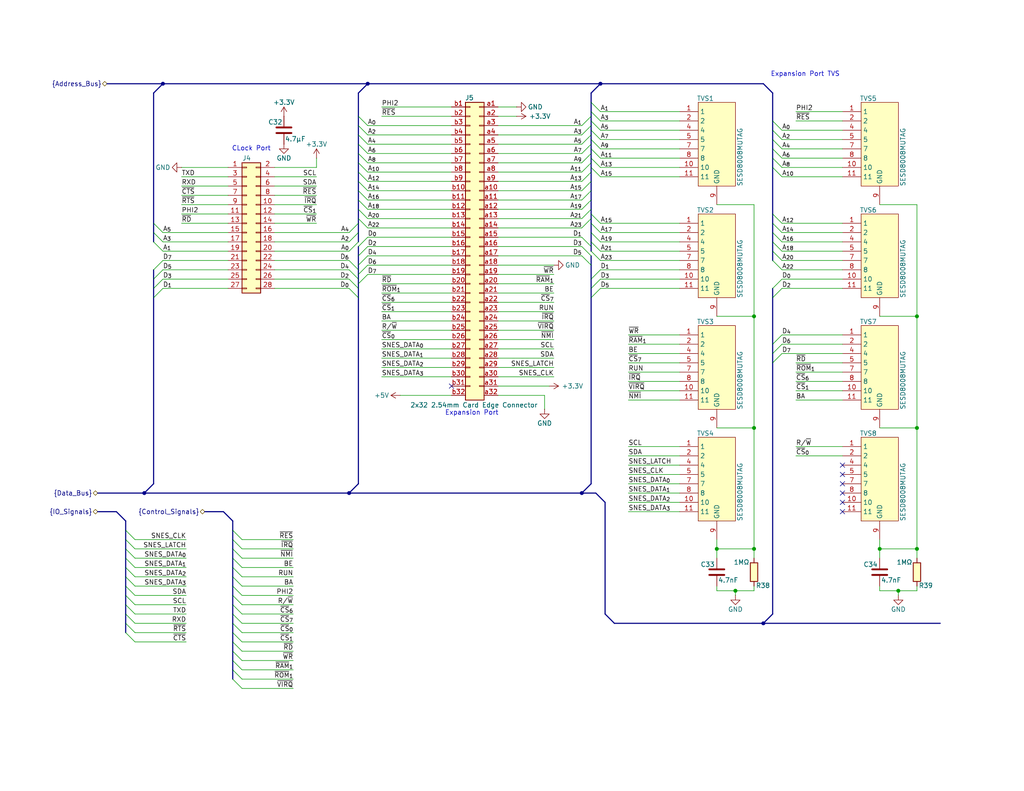
<source format=kicad_sch>
(kicad_sch (version 20231120) (generator "eeschema") (generator_version "8.0")
  (paper "USLetter")
  (lib_symbols
    (symbol "Connector_Generic:Conn_02x14_Odd_Even" (pin_names (offset 1.016) hide)
      (property "Reference" "J" (at 1.27 17.78 0))
      (property "Value" "Conn_02x14_Odd_Even" (at 1.27 -20.32 0))
      (symbol "Conn_02x14_Odd_Even_1_1"
        (pin passive line (at -5.08 15.24 0) (length 3.81) (name "Pin_1") (number "1"))
        (pin passive line (at 7.62 5.08 180) (length 3.81) (name "Pin_10") (number "10"))
        (pin passive line (at -5.08 2.54 0) (length 3.81) (name "Pin_11") (number "11"))
        (pin passive line (at 7.62 2.54 180) (length 3.81) (name "Pin_12") (number "12"))
        (pin passive line (at -5.08 0 0) (length 3.81) (name "Pin_13") (number "13"))
        (pin passive line (at 7.62 0 180) (length 3.81) (name "Pin_14") (number "14"))
        (pin passive line (at -5.08 -2.54 0) (length 3.81) (name "Pin_15") (number "15"))
        (pin passive line (at 7.62 -2.54 180) (length 3.81) (name "Pin_16") (number "16"))
        (pin passive line (at -5.08 -5.08 0) (length 3.81) (name "Pin_17") (number "17"))
        (pin passive line (at 7.62 -5.08 180) (length 3.81) (name "Pin_18") (number "18"))
        (pin passive line (at -5.08 -7.62 0) (length 3.81) (name "Pin_19") (number "19"))
        (pin passive line (at 7.62 15.24 180) (length 3.81) (name "Pin_2") (number "2"))
        (pin passive line (at 7.62 -7.62 180) (length 3.81) (name "Pin_20") (number "20"))
        (pin passive line (at -5.08 -10.16 0) (length 3.81) (name "Pin_21") (number "21"))
        (pin passive line (at 7.62 -10.16 180) (length 3.81) (name "Pin_22") (number "22"))
        (pin passive line (at -5.08 -12.7 0) (length 3.81) (name "Pin_23") (number "23"))
        (pin passive line (at 7.62 -12.7 180) (length 3.81) (name "Pin_24") (number "24"))
        (pin passive line (at -5.08 -15.24 0) (length 3.81) (name "Pin_25") (number "25"))
        (pin passive line (at 7.62 -15.24 180) (length 3.81) (name "Pin_26") (number "26"))
        (pin passive line (at -5.08 -17.78 0) (length 3.81) (name "Pin_27") (number "27"))
        (pin passive line (at 7.62 -17.78 180) (length 3.81) (name "Pin_28") (number "28"))
        (pin passive line (at -5.08 12.7 0) (length 3.81) (name "Pin_3") (number "3"))
        (pin passive line (at 7.62 12.7 180) (length 3.81) (name "Pin_4") (number "4"))
        (pin passive line (at -5.08 10.16 0) (length 3.81) (name "Pin_5") (number "5"))
        (pin passive line (at 7.62 10.16 180) (length 3.81) (name "Pin_6") (number "6"))
        (pin passive line (at -5.08 7.62 0) (length 3.81) (name "Pin_7") (number "7"))
        (pin passive line (at 7.62 7.62 180) (length 3.81) (name "Pin_8") (number "8"))
        (pin passive line (at -5.08 5.08 0) (length 3.81) (name "Pin_9") (number "9"))
      )
    )
    (symbol "Device:C" (pin_numbers hide) (pin_names (offset 0.254))
      (property "Reference" "C" (at 0.635 2.54 0))
      (property "Value" "C" (at 0.635 -2.54 0))
      (symbol "C_1_1"
        (pin passive line (at 0 3.81 270) (length 2.794) (name "~") (number "1"))
        (pin passive line (at 0 -3.81 90) (length 2.794) (name "~") (number "2"))
      )
    )
    (symbol "Device:R" (pin_numbers hide) (pin_names (offset 0))
      (property "Reference" "R" (at 2.032 0 90))
      (property "Value" "R" (at 0 0 90))
      (symbol "R_1_1"
        (pin passive line (at 0 3.81 270) (length 1.27) (name "~") (number "1"))
        (pin passive line (at 0 -3.81 90) (length 1.27) (name "~") (number "2"))
      )
    )
    (symbol "Sentinel 65X - Prototype 4 V2:Conn_02x32_Row_Letter_First" (pin_names hide)
      (property "Reference" "P" (at 4.2183 -0.3627 0))
      (symbol "Conn_02x32_Row_Letter_First_1_1"
        (pin passive line (at 0 -2.54 0) (length 3.81) (name "Pin_a1") (number "a1"))
        (pin passive line (at 0 -25.4 0) (length 3.81) (name "Pin_a10") (number "a10"))
        (pin passive line (at 0 -27.94 0) (length 3.81) (name "Pin_a11") (number "a11"))
        (pin passive line (at 0 -30.48 0) (length 3.81) (name "Pin_a12") (number "a12"))
        (pin passive line (at 0 -33.02 0) (length 3.81) (name "Pin_a13") (number "a13"))
        (pin passive line (at 0 -35.56 0) (length 3.81) (name "Pin_a14") (number "a14"))
        (pin passive line (at 0 -38.1 0) (length 3.81) (name "Pin_a15") (number "a15"))
        (pin passive line (at 0 -40.64 0) (length 3.81) (name "Pin_a16") (number "a16"))
        (pin passive line (at 0 -43.18 0) (length 3.81) (name "Pin_a17") (number "a17"))
        (pin passive line (at 0 -45.72 0) (length 3.81) (name "Pin_a18") (number "a18"))
        (pin passive line (at 0 -48.26 0) (length 3.81) (name "Pin_a19") (number "a19"))
        (pin passive line (at 0 -5.08 0) (length 3.81) (name "Pin_a2") (number "a2"))
        (pin passive line (at 0 -50.8 0) (length 3.81) (name "Pin_a20") (number "a20"))
        (pin passive line (at 0 -53.34 0) (length 3.81) (name "Pin_a21") (number "a21"))
        (pin passive line (at 0 -55.88 0) (length 3.81) (name "Pin_a22") (number "a22"))
        (pin passive line (at 0 -58.42 0) (length 3.81) (name "Pin_a23") (number "a23"))
        (pin passive line (at 0 -60.96 0) (length 3.81) (name "Pin_a24") (number "a24"))
        (pin passive line (at 0 -63.5 0) (length 3.81) (name "Pin_a25") (number "a25"))
        (pin passive line (at 0 -66.04 0) (length 3.81) (name "Pin_a26") (number "a26"))
        (pin passive line (at 0 -68.58 0) (length 3.81) (name "Pin_a27") (number "a27"))
        (pin passive line (at 0 -71.12 0) (length 3.81) (name "Pin_a28") (number "a28"))
        (pin passive line (at 0 -73.66 0) (length 3.81) (name "Pin_a29") (number "a29"))
        (pin passive line (at 0 -7.62 0) (length 3.81) (name "Pin_a3") (number "a3"))
        (pin passive line (at 0 -76.2 0) (length 3.81) (name "Pin_a30") (number "a30"))
        (pin passive line (at 0 -78.74 0) (length 3.81) (name "Pin_a31") (number "a31"))
        (pin passive line (at 0 -81.28 0) (length 3.81) (name "Pin_a32") (number "a32"))
        (pin passive line (at 0 -10.16 0) (length 3.81) (name "Pin_a4") (number "a4"))
        (pin passive line (at 0 -12.7 0) (length 3.81) (name "Pin_a5") (number "a5"))
        (pin passive line (at 0 -15.24 0) (length 3.81) (name "Pin_a6") (number "a6"))
        (pin passive line (at 0 -17.78 0) (length 3.81) (name "Pin_a7") (number "a7"))
        (pin passive line (at 0 -20.32 0) (length 3.81) (name "Pin_a8") (number "a8"))
        (pin passive line (at 0 -22.86 0) (length 3.81) (name "Pin_a9") (number "a9"))
        (pin passive line (at 12.7 -2.54 180) (length 3.81) (name "Pin_b1") (number "b1"))
        (pin passive line (at 12.7 -25.4 180) (length 3.81) (name "Pin_b10") (number "b10"))
        (pin passive line (at 12.7 -27.94 180) (length 3.81) (name "Pin_b11") (number "b11"))
        (pin passive line (at 12.7 -30.48 180) (length 3.81) (name "Pin_b12") (number "b12"))
        (pin passive line (at 12.7 -33.02 180) (length 3.81) (name "Pin_b13") (number "b13"))
        (pin passive line (at 12.7 -35.56 180) (length 3.81) (name "Pin_b14") (number "b14"))
        (pin passive line (at 12.7 -38.1 180) (length 3.81) (name "Pin_b15") (number "b15"))
        (pin passive line (at 12.7 -40.64 180) (length 3.81) (name "Pin_b16") (number "b16"))
        (pin passive line (at 12.7 -43.18 180) (length 3.81) (name "Pin_b17") (number "b17"))
        (pin passive line (at 12.7 -45.72 180) (length 3.81) (name "Pin_b18") (number "b18"))
        (pin passive line (at 12.7 -48.26 180) (length 3.81) (name "Pin_b19") (number "b19"))
        (pin passive line (at 12.7 -5.08 180) (length 3.81) (name "Pin_b2") (number "b2"))
        (pin passive line (at 12.7 -50.8 180) (length 3.81) (name "Pin_b20") (number "b20"))
        (pin passive line (at 12.7 -53.34 180) (length 3.81) (name "Pin_b21") (number "b21"))
        (pin passive line (at 12.7 -55.88 180) (length 3.81) (name "Pin_b22") (number "b22"))
        (pin passive line (at 12.7 -58.42 180) (length 3.81) (name "Pin_b23") (number "b23"))
        (pin passive line (at 12.7 -60.96 180) (length 3.81) (name "Pin_b24") (number "b24"))
        (pin passive line (at 12.7 -63.5 180) (length 3.81) (name "Pin_b25") (number "b25"))
        (pin passive line (at 12.7 -66.04 180) (length 3.81) (name "Pin_b26") (number "b26"))
        (pin passive line (at 12.7 -68.58 180) (length 3.81) (name "Pin_b27") (number "b27"))
        (pin passive line (at 12.7 -71.12 180) (length 3.81) (name "Pin_b28") (number "b28"))
        (pin passive line (at 12.7 -73.66 180) (length 3.81) (name "Pin_b29") (number "b29"))
        (pin passive line (at 12.7 -7.62 180) (length 3.81) (name "Pin_b3") (number "b3"))
        (pin passive line (at 12.7 -76.2 180) (length 3.81) (name "Pin_b30") (number "b30"))
        (pin passive line (at 12.7 -78.74 180) (length 3.81) (name "Pin_b31") (number "b31"))
        (pin passive line (at 12.7 -81.28 180) (length 3.81) (name "Pin_b32") (number "b32"))
        (pin passive line (at 12.7 -10.16 180) (length 3.81) (name "Pin_b4") (number "b4"))
        (pin passive line (at 12.7 -12.7 180) (length 3.81) (name "Pin_b5") (number "b5"))
        (pin passive line (at 12.7 -15.24 180) (length 3.81) (name "Pin_b6") (number "b6"))
        (pin passive line (at 12.7 -17.78 180) (length 3.81) (name "Pin_b7") (number "b7"))
        (pin passive line (at 12.7 -20.32 180) (length 3.81) (name "Pin_b8") (number "b8"))
        (pin passive line (at 12.7 -22.86 180) (length 3.81) (name "Pin_b9") (number "b9"))
      )
    )
    (symbol "Sentinel 65X - Prototype 4 V2:SESD8008MUTAG"
      (property "Reference" "TVS" (at 1.4943 0.8827 0))
      (property "Value" "SESD8008MUTAG" (at 2.1741 2.9086 0))
      (symbol "SESD8008MUTAG_1_1"
        (pin input line (at -5.08 -2.54 0) (length 5.08) (name "1") (number "1"))
        (pin input line (at -5.08 -17.78 0) (length 5.08) (name "10") (number "10"))
        (pin input line (at -5.08 -20.32 0) (length 5.08) (name "11") (number "11"))
        (pin power_in line (at 5.08 -27.94 90) (length 5.08) hide (name "GND") (number "12"))
        (pin power_in line (at 5.08 -27.94 90) (length 5.08) hide (name "GND") (number "13"))
        (pin power_in line (at 5.08 -27.94 90) (length 5.08) hide (name "GND") (number "14"))
        (pin input line (at -5.08 -5.08 0) (length 5.08) (name "2") (number "2"))
        (pin power_in line (at 5.08 -27.94 90) (length 5.08) hide (name "GND") (number "3"))
        (pin input line (at -5.08 -7.62 0) (length 5.08) (name "4") (number "4"))
        (pin input line (at -5.08 -10.16 0) (length 5.08) (name "5") (number "5"))
        (pin power_in line (at 5.08 -27.94 90) (length 5.08) hide (name "GND") (number "6"))
        (pin input line (at -5.08 -12.7 0) (length 5.08) (name "7") (number "7"))
        (pin input line (at -5.08 -15.24 0) (length 5.08) (name "8") (number "8"))
        (pin power_in line (at 5.08 -27.94 90) (length 5.08) (name "GND") (number "9"))
      )
    )
    (symbol "power:+3.3V" (power) (pin_numbers hide) (pin_names (offset 0) hide)
      (property "Value" "+3.3V" (at 0 3.556 0))
      (symbol "+3.3V_1_1"
        (pin power_in line (at 0 0 90) (length 0) (name "~") (number "1"))
      )
    )
    (symbol "power:+5V" (power) (pin_numbers hide) (pin_names (offset 0) hide)
      (property "Value" "+5V" (at 0 3.556 0))
      (symbol "+5V_1_1"
        (pin power_in line (at 0 0 90) (length 0) (name "~") (number "1"))
      )
    )
    (symbol "power:GND" (power) (pin_numbers hide) (pin_names (offset 0) hide)
      (property "Value" "GND" (at 0 -3.81 0))
      (symbol "GND_1_1"
        (pin power_in line (at 0 0 270) (length 0) (name "~") (number "1"))
      )
    )
  )
  (junction (at 200.66 161.29))
  (junction (at 208.28 170.18))
  (junction (at 100.33 22.86))
  (junction (at 195.58 149.86))
  (junction (at 250.19 116.84))
  (junction (at 205.74 149.86))
  (junction (at 95.25 134.62))
  (junction (at 245.11 161.29))
  (junction (at 44.45 22.86))
  (junction (at 205.74 116.84))
  (junction (at 250.19 86.36))
  (junction (at 39.37 134.62))
  (junction (at 240.03 149.86))
  (junction (at 250.19 149.86))
  (junction (at 205.74 86.36))
  (junction (at 158.75 134.62))
  (junction (at 163.83 22.86))
  (no_connect (at 229.87 139.7))
  (no_connect (at 229.87 137.16))
  (no_connect (at 123.19 105.41))
  (no_connect (at 229.87 129.54))
  (no_connect (at 229.87 132.08))
  (no_connect (at 229.87 134.62))
  (no_connect (at 229.87 127))
  (bus_entry (at 210.82 63.5) (size 2.54 2.54))
  (bus_entry (at 34.29 162.56) (size 2.54 2.54))
  (bus_entry (at 63.5 170.18) (size 2.54 2.54))
  (bus_entry (at 97.79 77.47) (size 2.54 -2.54))
  (bus_entry (at 163.83 60.96) (size -2.54 -2.54))
  (bus_entry (at 34.29 152.4) (size 2.54 2.54))
  (bus_entry (at 97.79 78.74) (size -2.54 -2.54))
  (bus_entry (at 97.79 73.66) (size -2.54 -2.54))
  (bus_entry (at 163.83 30.48) (size -2.54 -2.54))
  (bus_entry (at 63.5 149.86) (size 2.54 2.54))
  (bus_entry (at 158.75 57.15) (size 2.54 -2.54))
  (bus_entry (at 158.75 64.77) (size 2.54 2.54))
  (bus_entry (at 210.82 96.52) (size 2.54 -2.54))
  (bus_entry (at 163.83 68.58) (size -2.54 -2.54))
  (bus_entry (at 163.83 45.72) (size -2.54 -2.54))
  (bus_entry (at 210.82 66.04) (size 2.54 2.54))
  (bus_entry (at 63.5 185.42) (size 2.54 2.54))
  (bus_entry (at 97.79 63.5) (size -2.54 2.54))
  (bus_entry (at 210.82 38.1) (size 2.54 2.54))
  (bus_entry (at 97.79 69.85) (size 2.54 -2.54))
  (bus_entry (at 41.91 76.2) (size 2.54 -2.54))
  (bus_entry (at 63.5 165.1) (size 2.54 2.54))
  (bus_entry (at 63.5 167.64) (size 2.54 2.54))
  (bus_entry (at 210.82 71.12) (size 2.54 2.54))
  (bus_entry (at 163.83 76.2) (size -2.54 2.54))
  (bus_entry (at 158.75 52.07) (size 2.54 -2.54))
  (bus_entry (at 63.5 175.26) (size 2.54 2.54))
  (bus_entry (at 41.91 78.74) (size 2.54 -2.54))
  (bus_entry (at 158.75 39.37) (size 2.54 -2.54))
  (bus_entry (at 158.75 49.53) (size 2.54 -2.54))
  (bus_entry (at 210.82 58.42) (size 2.54 2.54))
  (bus_entry (at 158.75 41.91) (size 2.54 -2.54))
  (bus_entry (at 163.83 33.02) (size -2.54 -2.54))
  (bus_entry (at 97.79 34.29) (size 2.54 2.54))
  (bus_entry (at 97.79 41.91) (size 2.54 2.54))
  (bus_entry (at 63.5 182.88) (size 2.54 2.54))
  (bus_entry (at 158.75 46.99) (size 2.54 -2.54))
  (bus_entry (at 41.91 66.04) (size 2.54 2.54))
  (bus_entry (at 97.79 54.61) (size 2.54 2.54))
  (bus_entry (at 34.29 144.78) (size 2.54 2.54))
  (bus_entry (at 63.5 177.8) (size 2.54 2.54))
  (bus_entry (at 97.79 59.69) (size 2.54 2.54))
  (bus_entry (at 34.29 157.48) (size 2.54 2.54))
  (bus_entry (at 63.5 147.32) (size 2.54 2.54))
  (bus_entry (at 158.75 67.31) (size 2.54 2.54))
  (bus_entry (at 158.75 69.85) (size 2.54 2.54))
  (bus_entry (at 163.83 73.66) (size -2.54 2.54))
  (bus_entry (at 34.29 170.18) (size 2.54 2.54))
  (bus_entry (at 97.79 57.15) (size 2.54 2.54))
  (bus_entry (at 97.79 44.45) (size 2.54 2.54))
  (bus_entry (at 97.79 81.28) (size -2.54 -2.54))
  (bus_entry (at 41.91 81.28) (size 2.54 -2.54))
  (bus_entry (at 210.82 45.72) (size 2.54 2.54))
  (bus_entry (at 163.83 66.04) (size -2.54 -2.54))
  (bus_entry (at 63.5 172.72) (size 2.54 2.54))
  (bus_entry (at 163.83 40.64) (size -2.54 -2.54))
  (bus_entry (at 97.79 31.75) (size 2.54 2.54))
  (bus_entry (at 210.82 93.98) (size 2.54 -2.54))
  (bus_entry (at 158.75 59.69) (size 2.54 -2.54))
  (bus_entry (at 34.29 147.32) (size 2.54 2.54))
  (bus_entry (at 41.91 73.66) (size 2.54 -2.54))
  (bus_entry (at 97.79 66.04) (size -2.54 2.54))
  (bus_entry (at 158.75 54.61) (size 2.54 -2.54))
  (bus_entry (at 97.79 72.39) (size 2.54 -2.54))
  (bus_entry (at 34.29 160.02) (size 2.54 2.54))
  (bus_entry (at 210.82 81.28) (size 2.54 -2.54))
  (bus_entry (at 210.82 33.02) (size 2.54 2.54))
  (bus_entry (at 97.79 60.96) (size -2.54 2.54))
  (bus_entry (at 210.82 78.74) (size 2.54 -2.54))
  (bus_entry (at 63.5 162.56) (size 2.54 2.54))
  (bus_entry (at 97.79 46.99) (size 2.54 2.54))
  (bus_entry (at 158.75 34.29) (size 2.54 -2.54))
  (bus_entry (at 163.83 35.56) (size -2.54 -2.54))
  (bus_entry (at 63.5 152.4) (size 2.54 2.54))
  (bus_entry (at 63.5 160.02) (size 2.54 2.54))
  (bus_entry (at 63.5 157.48) (size 2.54 2.54))
  (bus_entry (at 34.29 172.72) (size 2.54 2.54))
  (bus_entry (at 97.79 52.07) (size 2.54 2.54))
  (bus_entry (at 163.83 43.18) (size -2.54 -2.54))
  (bus_entry (at 34.29 154.94) (size 2.54 2.54))
  (bus_entry (at 97.79 76.2) (size -2.54 -2.54))
  (bus_entry (at 158.75 62.23) (size 2.54 -2.54))
  (bus_entry (at 34.29 149.86) (size 2.54 2.54))
  (bus_entry (at 34.29 165.1) (size 2.54 2.54))
  (bus_entry (at 97.79 49.53) (size 2.54 2.54))
  (bus_entry (at 158.75 44.45) (size 2.54 -2.54))
  (bus_entry (at 210.82 40.64) (size 2.54 2.54))
  (bus_entry (at 41.91 60.96) (size 2.54 2.54))
  (bus_entry (at 210.82 60.96) (size 2.54 2.54))
  (bus_entry (at 41.91 63.5) (size 2.54 2.54))
  (bus_entry (at 210.82 35.56) (size 2.54 2.54))
  (bus_entry (at 163.83 78.74) (size -2.54 2.54))
  (bus_entry (at 63.5 154.94) (size 2.54 2.54))
  (bus_entry (at 97.79 74.93) (size 2.54 -2.54))
  (bus_entry (at 158.75 36.83) (size 2.54 -2.54))
  (bus_entry (at 97.79 39.37) (size 2.54 2.54))
  (bus_entry (at 34.29 167.64) (size 2.54 2.54))
  (bus_entry (at 97.79 36.83) (size 2.54 2.54))
  (bus_entry (at 210.82 99.06) (size 2.54 -2.54))
  (bus_entry (at 163.83 63.5) (size -2.54 -2.54))
  (bus_entry (at 210.82 68.58) (size 2.54 2.54))
  (bus_entry (at 210.82 43.18) (size 2.54 2.54))
  (bus_entry (at 63.5 144.78) (size 2.54 2.54))
  (bus_entry (at 97.79 67.31) (size 2.54 -2.54))
  (bus_entry (at 163.83 71.12) (size -2.54 -2.54))
  (bus_entry (at 163.83 38.1) (size -2.54 -2.54))
  (bus_entry (at 163.83 48.26) (size -2.54 -2.54))
  (bus_entry (at 63.5 180.34) (size 2.54 2.54))
  (wire (pts (xy 213.36 93.98) (xy 229.87 93.98)))
  (wire (pts (xy 171.45 106.68) (xy 185.42 106.68)))
  (wire (pts (xy 74.93 58.42) (xy 86.36 58.42)))
  (wire (pts (xy 217.17 30.48) (xy 229.87 30.48)))
  (wire (pts (xy 217.17 109.22) (xy 229.87 109.22)))
  (wire (pts (xy 44.45 68.58) (xy 62.23 68.58)))
  (bus (pts (xy 97.79 72.39) (xy 97.79 73.66)))
  (wire (pts (xy 36.83 170.18) (xy 50.8 170.18)))
  (bus (pts (xy 161.29 36.83) (xy 161.29 35.56)))
  (bus (pts (xy 60.96 139.7) (xy 63.5 142.24)))
  (bus (pts (xy 34.29 142.24) (xy 34.29 144.78)))
  (wire (pts (xy 200.66 161.29) (xy 200.66 162.56)))
  (wire (pts (xy 163.83 78.74) (xy 185.42 78.74)))
  (wire (pts (xy 104.14 90.17) (xy 123.19 90.17)))
  (wire (pts (xy 86.36 53.34) (xy 74.93 53.34)))
  (wire (pts (xy 44.45 78.74) (xy 62.23 78.74)))
  (bus (pts (xy 210.82 43.18) (xy 210.82 45.72)))
  (wire (pts (xy 217.17 101.6) (xy 229.87 101.6)))
  (bus (pts (xy 161.29 45.72) (xy 161.29 46.99)))
  (wire (pts (xy 205.74 149.86) (xy 205.74 152.4)))
  (wire (pts (xy 44.45 71.12) (xy 62.23 71.12)))
  (bus (pts (xy 97.79 60.96) (xy 97.79 63.5)))
  (wire (pts (xy 135.89 107.95) (xy 148.59 107.95)))
  (wire (pts (xy 163.83 66.04) (xy 185.42 66.04)))
  (wire (pts (xy 66.04 180.34) (xy 80.01 180.34)))
  (wire (pts (xy 66.04 182.88) (xy 80.01 182.88)))
  (bus (pts (xy 97.79 63.5) (xy 97.79 66.04)))
  (wire (pts (xy 217.17 33.02) (xy 229.87 33.02)))
  (wire (pts (xy 213.36 68.58) (xy 229.87 68.58)))
  (wire (pts (xy 104.14 97.79) (xy 123.19 97.79)))
  (wire (pts (xy 245.11 161.29) (xy 245.11 162.56)))
  (bus (pts (xy 161.29 35.56) (xy 161.29 34.29)))
  (wire (pts (xy 163.83 38.1) (xy 185.42 38.1)))
  (wire (pts (xy 163.83 35.56) (xy 185.42 35.56)))
  (wire (pts (xy 217.17 106.68) (xy 229.87 106.68)))
  (wire (pts (xy 135.89 34.29) (xy 158.75 34.29)))
  (bus (pts (xy 97.79 74.93) (xy 97.79 76.2)))
  (bus (pts (xy 161.29 38.1) (xy 161.29 36.83)))
  (bus (pts (xy 97.79 31.75) (xy 97.79 34.29)))
  (bus (pts (xy 63.5 142.24) (xy 63.5 144.78)))
  (wire (pts (xy 36.83 147.32) (xy 50.8 147.32)))
  (bus (pts (xy 210.82 40.64) (xy 210.82 43.18)))
  (wire (pts (xy 135.89 62.23) (xy 158.75 62.23)))
  (wire (pts (xy 135.89 100.33) (xy 151.13 100.33)))
  (wire (pts (xy 62.23 58.42) (xy 49.53 58.42)))
  (bus (pts (xy 34.29 160.02) (xy 34.29 162.56)))
  (bus (pts (xy 161.29 39.37) (xy 161.29 38.1)))
  (bus (pts (xy 97.79 49.53) (xy 97.79 52.07)))
  (wire (pts (xy 66.04 175.26) (xy 80.01 175.26)))
  (wire (pts (xy 217.17 104.14) (xy 229.87 104.14)))
  (bus (pts (xy 97.79 76.2) (xy 97.79 77.47)))
  (wire (pts (xy 74.93 68.58) (xy 95.25 68.58)))
  (wire (pts (xy 171.45 96.52) (xy 185.42 96.52)))
  (bus (pts (xy 161.29 63.5) (xy 161.29 60.96)))
  (bus (pts (xy 167.64 170.18) (xy 208.28 170.18)))
  (wire (pts (xy 66.04 165.1) (xy 80.01 165.1)))
  (wire (pts (xy 205.74 116.84) (xy 205.74 149.86)))
  (wire (pts (xy 195.58 116.84) (xy 205.74 116.84)))
  (wire (pts (xy 213.36 66.04) (xy 229.87 66.04)))
  (wire (pts (xy 213.36 45.72) (xy 229.87 45.72)))
  (bus (pts (xy 63.5 154.94) (xy 63.5 157.48)))
  (wire (pts (xy 163.83 48.26) (xy 185.42 48.26)))
  (wire (pts (xy 240.03 86.36) (xy 250.19 86.36)))
  (wire (pts (xy 135.89 57.15) (xy 158.75 57.15)))
  (bus (pts (xy 44.45 22.86) (xy 100.33 22.86)))
  (bus (pts (xy 41.91 66.04) (xy 41.91 63.5)))
  (wire (pts (xy 171.45 134.62) (xy 185.42 134.62)))
  (wire (pts (xy 171.45 124.46) (xy 185.42 124.46)))
  (wire (pts (xy 213.36 71.12) (xy 229.87 71.12)))
  (wire (pts (xy 171.45 109.22) (xy 185.42 109.22)))
  (bus (pts (xy 41.91 81.28) (xy 41.91 132.08)))
  (bus (pts (xy 161.29 34.29) (xy 161.29 33.02)))
  (bus (pts (xy 41.91 25.4) (xy 44.45 22.86)))
  (wire (pts (xy 135.89 102.87) (xy 151.13 102.87)))
  (wire (pts (xy 100.33 44.45) (xy 123.19 44.45)))
  (bus (pts (xy 161.29 69.85) (xy 161.29 72.39)))
  (wire (pts (xy 171.45 127) (xy 185.42 127)))
  (wire (pts (xy 100.33 39.37) (xy 123.19 39.37)))
  (wire (pts (xy 163.83 30.48) (xy 185.42 30.48)))
  (wire (pts (xy 62.23 50.8) (xy 49.53 50.8)))
  (bus (pts (xy 63.5 182.88) (xy 63.5 185.42)))
  (bus (pts (xy 161.29 30.48) (xy 161.29 27.94)))
  (wire (pts (xy 74.93 55.88) (xy 86.36 55.88)))
  (wire (pts (xy 250.19 86.36) (xy 250.19 116.84)))
  (bus (pts (xy 165.1 167.64) (xy 167.64 170.18)))
  (wire (pts (xy 171.45 101.6) (xy 185.42 101.6)))
  (bus (pts (xy 63.5 175.26) (xy 63.5 177.8)))
  (wire (pts (xy 36.83 165.1) (xy 50.8 165.1)))
  (wire (pts (xy 163.83 45.72) (xy 185.42 45.72)))
  (bus (pts (xy 97.79 57.15) (xy 97.79 59.69)))
  (bus (pts (xy 161.29 43.18) (xy 161.29 41.91)))
  (bus (pts (xy 161.29 68.58) (xy 161.29 67.31)))
  (bus (pts (xy 63.5 162.56) (xy 63.5 165.1)))
  (bus (pts (xy 63.5 170.18) (xy 63.5 172.72)))
  (bus (pts (xy 63.5 172.72) (xy 63.5 175.26)))
  (bus (pts (xy 210.82 99.06) (xy 210.82 167.64)))
  (bus (pts (xy 97.79 77.47) (xy 97.79 78.74)))
  (wire (pts (xy 205.74 55.88) (xy 205.74 86.36)))
  (wire (pts (xy 100.33 49.53) (xy 123.19 49.53)))
  (wire (pts (xy 213.36 60.96) (xy 229.87 60.96)))
  (bus (pts (xy 26.67 139.7) (xy 31.75 139.7)))
  (wire (pts (xy 213.36 43.18) (xy 229.87 43.18)))
  (wire (pts (xy 100.33 41.91) (xy 123.19 41.91)))
  (bus (pts (xy 34.29 162.56) (xy 34.29 165.1)))
  (wire (pts (xy 44.45 73.66) (xy 62.23 73.66)))
  (bus (pts (xy 161.29 81.28) (xy 161.29 132.08)))
  (wire (pts (xy 104.14 29.21) (xy 123.19 29.21)))
  (wire (pts (xy 135.89 59.69) (xy 158.75 59.69)))
  (wire (pts (xy 213.36 76.2) (xy 229.87 76.2)))
  (wire (pts (xy 213.36 35.56) (xy 229.87 35.56)))
  (wire (pts (xy 62.23 55.88) (xy 49.53 55.88)))
  (bus (pts (xy 41.91 76.2) (xy 41.91 78.74)))
  (wire (pts (xy 195.58 161.29) (xy 200.66 161.29)))
  (wire (pts (xy 213.36 63.5) (xy 229.87 63.5)))
  (wire (pts (xy 100.33 54.61) (xy 123.19 54.61)))
  (bus (pts (xy 63.5 180.34) (xy 63.5 182.88)))
  (wire (pts (xy 171.45 104.14) (xy 185.42 104.14)))
  (bus (pts (xy 97.79 44.45) (xy 97.79 46.99)))
  (bus (pts (xy 161.29 46.99) (xy 161.29 49.53)))
  (wire (pts (xy 66.04 147.32) (xy 80.01 147.32)))
  (bus (pts (xy 210.82 68.58) (xy 210.82 71.12)))
  (bus (pts (xy 100.33 22.86) (xy 163.83 22.86)))
  (bus (pts (xy 161.29 132.08) (xy 158.75 134.62)))
  (wire (pts (xy 66.04 157.48) (xy 80.01 157.48)))
  (wire (pts (xy 163.83 71.12) (xy 185.42 71.12)))
  (wire (pts (xy 135.89 85.09) (xy 151.13 85.09)))
  (wire (pts (xy 74.93 60.96) (xy 86.36 60.96)))
  (wire (pts (xy 104.14 102.87) (xy 123.19 102.87)))
  (bus (pts (xy 158.75 134.62) (xy 162.56 134.62)))
  (wire (pts (xy 250.19 161.29) (xy 250.19 160.02)))
  (bus (pts (xy 210.82 25.4) (xy 210.82 33.02)))
  (bus (pts (xy 63.5 147.32) (xy 63.5 149.86)))
  (wire (pts (xy 135.89 105.41) (xy 149.86 105.41)))
  (wire (pts (xy 100.33 64.77) (xy 123.19 64.77)))
  (wire (pts (xy 163.83 68.58) (xy 185.42 68.58)))
  (bus (pts (xy 97.79 25.4) (xy 100.33 22.86)))
  (bus (pts (xy 162.56 134.62) (xy 165.1 137.16)))
  (wire (pts (xy 100.33 34.29) (xy 123.19 34.29)))
  (bus (pts (xy 26.67 134.62) (xy 39.37 134.62)))
  (bus (pts (xy 161.29 27.94) (xy 161.29 25.4)))
  (bus (pts (xy 97.79 81.28) (xy 97.79 132.08)))
  (bus (pts (xy 63.5 157.48) (xy 63.5 160.02)))
  (bus (pts (xy 161.29 44.45) (xy 161.29 43.18)))
  (wire (pts (xy 163.83 63.5) (xy 185.42 63.5)))
  (wire (pts (xy 74.93 45.72) (xy 86.36 45.72)))
  (wire (pts (xy 49.53 48.26) (xy 62.23 48.26)))
  (wire (pts (xy 240.03 116.84) (xy 250.19 116.84)))
  (wire (pts (xy 213.36 38.1) (xy 229.87 38.1)))
  (bus (pts (xy 210.82 35.56) (xy 210.82 38.1)))
  (wire (pts (xy 240.03 55.88) (xy 250.19 55.88)))
  (wire (pts (xy 86.36 43.18) (xy 86.36 45.72)))
  (bus (pts (xy 210.82 81.28) (xy 210.82 93.98)))
  (wire (pts (xy 250.19 55.88) (xy 250.19 86.36)))
  (bus (pts (xy 210.82 60.96) (xy 210.82 63.5)))
  (wire (pts (xy 217.17 124.46) (xy 229.87 124.46)))
  (bus (pts (xy 97.79 39.37) (xy 97.79 41.91)))
  (bus (pts (xy 34.29 165.1) (xy 34.29 167.64)))
  (bus (pts (xy 210.82 58.42) (xy 210.82 60.96)))
  (wire (pts (xy 240.03 161.29) (xy 245.11 161.29)))
  (wire (pts (xy 163.83 76.2) (xy 185.42 76.2)))
  (wire (pts (xy 135.89 46.99) (xy 158.75 46.99)))
  (wire (pts (xy 135.89 31.75) (xy 140.97 31.75)))
  (bus (pts (xy 210.82 93.98) (xy 210.82 96.52)))
  (wire (pts (xy 135.89 67.31) (xy 158.75 67.31)))
  (wire (pts (xy 195.58 149.86) (xy 205.74 149.86)))
  (wire (pts (xy 205.74 86.36) (xy 205.74 116.84)))
  (bus (pts (xy 208.28 170.18) (xy 210.82 167.64)))
  (bus (pts (xy 97.79 54.61) (xy 97.79 57.15)))
  (bus (pts (xy 161.29 66.04) (xy 161.29 63.5)))
  (bus (pts (xy 97.79 59.69) (xy 97.79 60.96)))
  (wire (pts (xy 171.45 91.44) (xy 185.42 91.44)))
  (wire (pts (xy 171.45 121.92) (xy 185.42 121.92)))
  (bus (pts (xy 41.91 132.08) (xy 39.37 134.62)))
  (wire (pts (xy 44.45 63.5) (xy 62.23 63.5)))
  (bus (pts (xy 97.79 73.66) (xy 97.79 74.93)))
  (wire (pts (xy 217.17 121.92) (xy 229.87 121.92)))
  (bus (pts (xy 97.79 34.29) (xy 97.79 36.83)))
  (bus (pts (xy 161.29 52.07) (xy 161.29 54.61)))
  (wire (pts (xy 250.19 116.84) (xy 250.19 149.86)))
  (wire (pts (xy 36.83 157.48) (xy 50.8 157.48)))
  (wire (pts (xy 245.11 161.29) (xy 250.19 161.29)))
  (bus (pts (xy 210.82 96.52) (xy 210.82 99.06)))
  (wire (pts (xy 66.04 177.8) (xy 80.01 177.8)))
  (bus (pts (xy 63.5 165.1) (xy 63.5 167.64)))
  (wire (pts (xy 74.93 66.04) (xy 95.25 66.04)))
  (wire (pts (xy 240.03 149.86) (xy 250.19 149.86)))
  (wire (pts (xy 36.83 152.4) (xy 50.8 152.4)))
  (wire (pts (xy 163.83 60.96) (xy 185.42 60.96)))
  (wire (pts (xy 195.58 55.88) (xy 205.74 55.88)))
  (wire (pts (xy 104.14 95.25) (xy 123.19 95.25)))
  (wire (pts (xy 74.93 63.5) (xy 95.25 63.5)))
  (bus (pts (xy 63.5 152.4) (xy 63.5 154.94)))
  (wire (pts (xy 135.89 92.71) (xy 151.13 92.71)))
  (bus (pts (xy 161.29 25.4) (xy 163.83 22.86)))
  (wire (pts (xy 66.04 167.64) (xy 80.01 167.64)))
  (wire (pts (xy 200.66 161.29) (xy 205.74 161.29)))
  (wire (pts (xy 217.17 99.06) (xy 229.87 99.06)))
  (bus (pts (xy 34.29 167.64) (xy 34.29 170.18)))
  (bus (pts (xy 163.83 22.86) (xy 208.28 22.86)))
  (wire (pts (xy 171.45 139.7) (xy 185.42 139.7)))
  (wire (pts (xy 213.36 78.74) (xy 229.87 78.74)))
  (wire (pts (xy 213.36 91.44) (xy 229.87 91.44)))
  (bus (pts (xy 210.82 45.72) (xy 210.82 58.42)))
  (bus (pts (xy 34.29 144.78) (xy 34.29 147.32)))
  (wire (pts (xy 49.53 45.72) (xy 62.23 45.72)))
  (bus (pts (xy 161.29 59.69) (xy 161.29 58.42)))
  (bus (pts (xy 97.79 69.85) (xy 97.79 72.39)))
  (wire (pts (xy 135.89 77.47) (xy 151.13 77.47)))
  (wire (pts (xy 171.45 137.16) (xy 185.42 137.16)))
  (wire (pts (xy 100.33 74.93) (xy 123.19 74.93)))
  (wire (pts (xy 240.03 161.29) (xy 240.03 160.02)))
  (wire (pts (xy 195.58 161.29) (xy 195.58 160.02)))
  (wire (pts (xy 66.04 149.86) (xy 80.01 149.86)))
  (wire (pts (xy 135.89 82.55) (xy 151.13 82.55)))
  (wire (pts (xy 135.89 69.85) (xy 158.75 69.85)))
  (bus (pts (xy 34.29 154.94) (xy 34.29 157.48)))
  (wire (pts (xy 135.89 90.17) (xy 151.13 90.17)))
  (wire (pts (xy 100.33 46.99) (xy 123.19 46.99)))
  (bus (pts (xy 161.29 72.39) (xy 161.29 76.2)))
  (wire (pts (xy 100.33 36.83) (xy 123.19 36.83)))
  (wire (pts (xy 104.14 92.71) (xy 123.19 92.71)))
  (bus (pts (xy 97.79 41.91) (xy 97.79 44.45)))
  (wire (pts (xy 135.89 74.93) (xy 151.13 74.93)))
  (bus (pts (xy 97.79 52.07) (xy 97.79 54.61)))
  (wire (pts (xy 74.93 73.66) (xy 95.25 73.66)))
  (bus (pts (xy 161.29 49.53) (xy 161.29 52.07)))
  (wire (pts (xy 66.04 185.42) (xy 80.01 185.42)))
  (wire (pts (xy 66.04 154.94) (xy 80.01 154.94)))
  (wire (pts (xy 148.59 107.95) (xy 148.59 111.76)))
  (wire (pts (xy 104.14 100.33) (xy 123.19 100.33)))
  (wire (pts (xy 205.74 161.29) (xy 205.74 160.02)))
  (bus (pts (xy 41.91 73.66) (xy 41.91 76.2)))
  (wire (pts (xy 163.83 73.66) (xy 185.42 73.66)))
  (bus (pts (xy 161.29 31.75) (xy 161.29 30.48)))
  (wire (pts (xy 100.33 59.69) (xy 123.19 59.69)))
  (bus (pts (xy 210.82 78.74) (xy 210.82 81.28)))
  (wire (pts (xy 240.03 149.86) (xy 240.03 152.4)))
  (wire (pts (xy 135.89 41.91) (xy 158.75 41.91)))
  (wire (pts (xy 66.04 170.18) (xy 80.01 170.18)))
  (bus (pts (xy 34.29 152.4) (xy 34.29 154.94)))
  (bus (pts (xy 41.91 63.5) (xy 41.91 60.96)))
  (wire (pts (xy 74.93 48.26) (xy 86.36 48.26)))
  (wire (pts (xy 100.33 67.31) (xy 123.19 67.31)))
  (bus (pts (xy 161.29 76.2) (xy 161.29 78.74)))
  (wire (pts (xy 104.14 31.75) (xy 123.19 31.75)))
  (bus (pts (xy 161.29 54.61) (xy 161.29 57.15)))
  (wire (pts (xy 36.83 162.56) (xy 50.8 162.56)))
  (bus (pts (xy 34.29 170.18) (xy 34.29 172.72)))
  (wire (pts (xy 66.04 160.02) (xy 80.01 160.02)))
  (wire (pts (xy 100.33 69.85) (xy 123.19 69.85)))
  (bus (pts (xy 210.82 38.1) (xy 210.82 40.64)))
  (wire (pts (xy 171.45 93.98) (xy 185.42 93.98)))
  (wire (pts (xy 135.89 29.21) (xy 140.97 29.21)))
  (wire (pts (xy 135.89 80.01) (xy 151.13 80.01)))
  (wire (pts (xy 100.33 57.15) (xy 123.19 57.15)))
  (bus (pts (xy 63.5 167.64) (xy 63.5 170.18)))
  (bus (pts (xy 39.37 134.62) (xy 95.25 134.62)))
  (bus (pts (xy 55.88 139.7) (xy 60.96 139.7)))
  (wire (pts (xy 250.19 149.86) (xy 250.19 152.4)))
  (bus (pts (xy 63.5 149.86) (xy 63.5 152.4)))
  (wire (pts (xy 163.83 33.02) (xy 185.42 33.02)))
  (wire (pts (xy 135.89 44.45) (xy 158.75 44.45)))
  (bus (pts (xy 63.5 177.8) (xy 63.5 180.34)))
  (wire (pts (xy 36.83 149.86) (xy 50.8 149.86)))
  (bus (pts (xy 161.29 57.15) (xy 161.29 58.42)))
  (wire (pts (xy 135.89 64.77) (xy 158.75 64.77)))
  (wire (pts (xy 135.89 97.79) (xy 151.13 97.79)))
  (wire (pts (xy 163.83 40.64) (xy 185.42 40.64)))
  (bus (pts (xy 161.29 67.31) (xy 161.29 66.04)))
  (bus (pts (xy 34.29 157.48) (xy 34.29 160.02)))
  (bus (pts (xy 95.25 134.62) (xy 158.75 134.62)))
  (bus (pts (xy 210.82 66.04) (xy 210.82 68.58)))
  (wire (pts (xy 135.89 72.39) (xy 151.13 72.39)))
  (bus (pts (xy 97.79 25.4) (xy 97.79 31.75)))
  (wire (pts (xy 66.04 187.96) (xy 80.01 187.96)))
  (wire (pts (xy 195.58 147.32) (xy 195.58 149.86)))
  (wire (pts (xy 74.93 76.2) (xy 95.25 76.2)))
  (wire (pts (xy 36.83 160.02) (xy 50.8 160.02)))
  (bus (pts (xy 63.5 144.78) (xy 63.5 147.32)))
  (wire (pts (xy 104.14 80.01) (xy 123.19 80.01)))
  (wire (pts (xy 171.45 132.08) (xy 185.42 132.08)))
  (bus (pts (xy 210.82 25.4) (xy 208.28 22.86)))
  (wire (pts (xy 95.25 78.74) (xy 74.93 78.74)))
  (wire (pts (xy 163.83 43.18) (xy 185.42 43.18)))
  (wire (pts (xy 171.45 129.54) (xy 185.42 129.54)))
  (wire (pts (xy 104.14 85.09) (xy 123.19 85.09)))
  (wire (pts (xy 36.83 172.72) (xy 50.8 172.72)))
  (bus (pts (xy 97.79 132.08) (xy 95.25 134.62)))
  (wire (pts (xy 104.14 77.47) (xy 123.19 77.47)))
  (bus (pts (xy 97.79 78.74) (xy 97.79 81.28)))
  (wire (pts (xy 74.93 71.12) (xy 95.25 71.12)))
  (wire (pts (xy 44.45 66.04) (xy 62.23 66.04)))
  (wire (pts (xy 100.33 62.23) (xy 123.19 62.23)))
  (wire (pts (xy 36.83 175.26) (xy 50.8 175.26)))
  (wire (pts (xy 36.83 167.64) (xy 50.8 167.64)))
  (wire (pts (xy 135.89 87.63) (xy 151.13 87.63)))
  (wire (pts (xy 123.19 107.95) (xy 109.22 107.95)))
  (bus (pts (xy 165.1 137.16) (xy 165.1 167.64)))
  (wire (pts (xy 62.23 60.96) (xy 49.53 60.96)))
  (wire (pts (xy 171.45 99.06) (xy 185.42 99.06)))
  (wire (pts (xy 104.14 87.63) (xy 123.19 87.63)))
  (bus (pts (xy 31.75 139.7) (xy 34.29 142.24)))
  (wire (pts (xy 100.33 52.07) (xy 123.19 52.07)))
  (wire (pts (xy 135.89 52.07) (xy 158.75 52.07)))
  (bus (pts (xy 210.82 33.02) (xy 210.82 35.56)))
  (bus (pts (xy 41.91 78.74) (xy 41.91 81.28)))
  (wire (pts (xy 66.04 162.56) (xy 80.01 162.56)))
  (wire (pts (xy 213.36 40.64) (xy 229.87 40.64)))
  (bus (pts (xy 208.28 170.18) (xy 256.54 170.18)))
  (bus (pts (xy 97.79 46.99) (xy 97.79 49.53)))
  (wire (pts (xy 135.89 54.61) (xy 158.75 54.61)))
  (wire (pts (xy 100.33 72.39) (xy 123.19 72.39)))
  (bus (pts (xy 161.29 45.72) (xy 161.29 44.45)))
  (bus (pts (xy 97.79 67.31) (xy 97.79 69.85)))
  (bus (pts (xy 34.29 149.86) (xy 34.29 152.4)))
  (bus (pts (xy 63.5 160.02) (xy 63.5 162.56)))
  (bus (pts (xy 34.29 147.32) (xy 34.29 149.86)))
  (wire (pts (xy 74.93 50.8) (xy 86.36 50.8)))
  (wire (pts (xy 36.83 154.94) (xy 50.8 154.94)))
  (wire (pts (xy 213.36 73.66) (xy 229.87 73.66)))
  (wire (pts (xy 44.45 76.2) (xy 62.23 76.2)))
  (wire (pts (xy 135.89 36.83) (xy 158.75 36.83)))
  (bus (pts (xy 161.29 33.02) (xy 161.29 31.75)))
  (bus (pts (xy 41.91 60.96) (xy 41.91 25.4)))
  (wire (pts (xy 195.58 86.36) (xy 205.74 86.36)))
  (wire (pts (xy 66.04 172.72) (xy 80.01 172.72)))
  (wire (pts (xy 49.53 53.34) (xy 62.23 53.34)))
  (bus (pts (xy 29.21 22.86) (xy 44.45 22.86)))
  (wire (pts (xy 135.89 95.25) (xy 151.13 95.25)))
  (bus (pts (xy 210.82 63.5) (xy 210.82 66.04)))
  (wire (pts (xy 240.03 149.86) (xy 240.03 147.32)))
  (bus (pts (xy 161.29 60.96) (xy 161.29 59.69)))
  (bus (pts (xy 161.29 40.64) (xy 161.29 39.37)))
  (wire (pts (xy 195.58 149.86) (xy 195.58 152.4)))
  (bus (pts (xy 161.29 78.74) (xy 161.29 81.28)))
  (wire (pts (xy 66.04 152.4) (xy 80.01 152.4)))
  (wire (pts (xy 135.89 49.53) (xy 158.75 49.53)))
  (wire (pts (xy 213.36 48.26) (xy 229.87 48.26)))
  (wire (pts (xy 213.36 96.52) (xy 229.87 96.52)))
  (wire (pts (xy 104.14 82.55) (xy 123.19 82.55)))
  (wire (pts (xy 135.89 39.37) (xy 158.75 39.37)))
  (bus (pts (xy 97.79 36.83) (xy 97.79 39.37)))
  (bus (pts (xy 161.29 41.91) (xy 161.29 40.64)))
  (text "CLock Port" (at 68.58 40.64 0) (effects (font (size 1.27 1.27))))
  (text "Expansion Port" (at 121.4055 113.5507 0) (effects (font (size 1.27 1.27)) (justify left bottom)))
  (text "Expansion Port TVS" (at 219.71 20.32 0) (effects (font (size 1.27 1.27))))
  (label "A_{16}" (at 100.33 54.61 0))
  (label "PHI2" (at 80.01 162.56 180))
  (label "A_{3}" (at 44.45 66.04 0))
  (label "SNES_DATA_{1}" (at 171.45 134.62 0))
  (label "A_{15}" (at 163.83 60.96 0))
  (label "R{slash}~{W}" (at 217.17 121.92 0))
  (label "SCL" (at 151.13 95.25 180))
  (label "~{VIRQ}" (at 151.13 90.17 180))
  (label "A_{11}" (at 158.75 46.99 180))
  (label "~{RES}" (at 80.01 147.32 180))
  (label "~{RES}" (at 217.17 33.02 0))
  (label "SDA" (at 50.8 162.56 180))
  (label "A_{4}" (at 95.25 63.5 180))
  (label "~{CS}_{0}" (at 217.17 124.46 0))
  (label "A_{22}" (at 213.36 73.66 0))
  (label "TXD" (at 49.53 48.26 0))
  (label "RUN" (at 80.01 157.48 180))
  (label "~{CS}_{1}" (at 217.17 106.68 0))
  (label "A_{5}" (at 44.45 63.5 0))
  (label "D_{5}" (at 158.75 69.85 180))
  (label "A_{5}" (at 158.75 39.37 180))
  (label "~{CS}_{6}" (at 217.17 104.14 0))
  (label "SCL" (at 171.45 121.92 0))
  (label "D_{7}" (at 213.36 96.52 0))
  (label "SDA" (at 151.13 97.79 180))
  (label "SNES_DATA_{0}" (at 171.45 132.08 0))
  (label "~{ROM}_{1}" (at 80.01 185.42 180))
  (label "D_{3}" (at 44.45 76.2 0))
  (label "BA" (at 217.17 109.22 0))
  (label "D_{5}" (at 44.45 73.66 0))
  (label "SNES_DATA_{2}" (at 104.14 100.33 0))
  (label "A_{5}" (at 163.83 35.56 0))
  (label "A_{19}" (at 158.75 57.15 180))
  (label "~{CTS}" (at 50.8 175.26 180))
  (label "D_{3}" (at 158.75 67.31 180))
  (label "A_{7}" (at 163.83 38.1 0))
  (label "A_{16}" (at 213.36 66.04 0))
  (label "D_{0}" (at 95.25 78.74 180))
  (label "A_{9}" (at 163.83 40.64 0))
  (label "A_{12}" (at 213.36 60.96 0))
  (label "~{NMI}" (at 151.13 92.71 180))
  (label "BE" (at 151.13 80.01 180))
  (label "SNES_DATA_{3}" (at 171.45 139.7 0))
  (label "~{NMI}" (at 171.45 109.22 0))
  (label "A_{15}" (at 163.83 48.26 0))
  (label "SCL" (at 50.8 165.1 180))
  (label "~{CS}_{7}" (at 151.13 82.55 180))
  (label "A_{17}" (at 158.75 54.61 180))
  (label "~{WR}" (at 80.01 180.34 180))
  (label "A_{6}" (at 100.33 41.91 0))
  (label "~{WR}" (at 86.36 60.96 180))
  (label "~{NMI}" (at 80.01 152.4 180))
  (label "A_{11}" (at 163.83 43.18 0))
  (label "A_{6}" (at 213.36 43.18 0))
  (label "~{ROM}_{1}" (at 104.14 80.01 0))
  (label "BA" (at 104.14 87.63 0))
  (label "D_{2}" (at 95.25 76.2 180))
  (label "A_{21}" (at 163.83 68.58 0))
  (label "A_{14}" (at 213.36 63.5 0))
  (label "A_{10}" (at 213.36 48.26 0))
  (label "SNES_DATA_{2}" (at 171.45 137.16 0))
  (label "~{IRQ}" (at 86.36 55.88 180))
  (label "A_{20}" (at 213.36 71.12 0))
  (label "~{CS}_{7}" (at 80.01 170.18 180))
  (label "BE" (at 80.01 154.94 180))
  (label "~{IRQ}" (at 151.13 87.63 180))
  (label "R{slash}~{W}" (at 104.14 90.17 0))
  (label "A_{9}" (at 158.75 44.45 180))
  (label "A_{1}" (at 163.83 30.48 0))
  (label "D_{7}" (at 100.33 74.93 0))
  (label "SNES_DATA_{2}" (at 50.8 157.48 180))
  (label "SNES_DATA_{3}" (at 50.8 160.02 180))
  (label "A_{14}" (at 100.33 52.07 0))
  (label "D_{5}" (at 163.83 78.74 0))
  (label "SNES_LATCH" (at 50.8 149.86 180))
  (label "RXD" (at 49.53 50.8 0))
  (label "D_{0}" (at 100.33 64.77 0))
  (label "~{CS}_{1}" (at 104.14 85.09 0))
  (label "RXD" (at 50.8 170.18 180))
  (label "SNES_DATA_{0}" (at 50.8 152.4 180))
  (label "SNES_DATA_{3}" (at 104.14 102.87 0))
  (label "A_{2}" (at 213.36 38.1 0))
  (label "SCL" (at 86.36 48.26 180))
  (label "A_{13}" (at 158.75 49.53 180))
  (label "A_{1}" (at 44.45 68.58 0))
  (label "~{ROM}_{1}" (at 217.17 101.6 0))
  (label "BA" (at 80.01 160.02 180))
  (label "~{RD}" (at 80.01 177.8 180))
  (label "SNES_DATA_{0}" (at 104.14 95.25 0))
  (label "~{VIRQ}" (at 80.01 187.96 180))
  (label "A_{0}" (at 95.25 68.58 180))
  (label "~{RD}" (at 217.17 99.06 0))
  (label "A_{22}" (at 100.33 62.23 0))
  (label "~{RES}" (at 104.14 31.75 0))
  (label "D_{4}" (at 100.33 69.85 0))
  (label "~{CS}_{0}" (at 104.14 92.71 0))
  (label "D_{6}" (at 95.25 71.12 180))
  (label "R{slash}~{W}" (at 80.01 165.1 180))
  (label "A_{3}" (at 163.83 33.02 0))
  (label "A_{23}" (at 158.75 62.23 180))
  (label "A_{8}" (at 100.33 44.45 0))
  (label "~{WR}" (at 151.13 74.93 180))
  (label "~{RD}" (at 104.14 77.47 0))
  (label "PHI2" (at 104.14 29.21 0))
  (label "A_{0}" (at 213.36 35.56 0))
  (label "TXD" (at 50.8 167.64 180))
  (label "SNES_LATCH" (at 171.45 127 0))
  (label "~{VIRQ}" (at 171.45 106.68 0))
  (label "~{RTS}" (at 49.53 55.88 0))
  (label "~{IRQ}" (at 171.45 104.14 0))
  (label "~{RTS}" (at 50.8 172.72 180))
  (label "A_{4}" (at 100.33 39.37 0))
  (label "D_{2}" (at 100.33 67.31 0))
  (label "SNES_CLK" (at 171.45 129.54 0))
  (label "D_{1}" (at 44.45 78.74 0))
  (label "~{CTS}" (at 49.53 53.34 0))
  (label "D_{4}" (at 95.25 73.66 180))
  (label "A_{18}" (at 100.33 57.15 0))
  (label "D_{2}" (at 213.36 78.74 0))
  (label "~{IRQ}" (at 80.01 149.86 180))
  (label "BE" (at 171.45 96.52 0))
  (label "A_{1}" (at 158.75 34.29 180))
  (label "A_{23}" (at 163.83 71.12 0))
  (label "A_{19}" (at 163.83 66.04 0))
  (label "D_{6}" (at 213.36 93.98 0))
  (label "D_{7}" (at 44.45 71.12 0))
  (label "A_{20}" (at 100.33 59.69 0))
  (label "A_{8}" (at 213.36 45.72 0))
  (label "~{RD}" (at 49.53 60.96 0))
  (label "A_{13}" (at 163.83 45.72 0))
  (label "A_{2}" (at 95.25 66.04 180))
  (label "~{CS}_{1}" (at 80.01 175.26 180))
  (label "A_{12}" (at 100.33 49.53 0))
  (label "RUN" (at 171.45 101.6 0))
  (label "SDA" (at 86.36 50.8 180))
  (label "PHI2" (at 49.53 58.42 0))
  (label "SNES_DATA_{1}" (at 50.8 154.94 180))
  (label "A_{15}" (at 158.75 52.07 180))
  (label "PHI2" (at 217.17 30.48 0))
  (label "A_{21}" (at 158.75 59.69 180))
  (label "D_{1}" (at 163.83 73.66 0))
  (label "A_{4}" (at 213.36 40.64 0))
  (label "A_{10}" (at 100.33 46.99 0))
  (label "A_{17}" (at 163.83 63.5 0))
  (label "SNES_LATCH" (at 151.13 100.33 180))
  (label "~{RES}" (at 86.36 53.34 180))
  (label "D_{6}" (at 100.33 72.39 0))
  (label "~{RAM}_{1}" (at 151.13 77.47 180))
  (label "D_{4}" (at 213.36 91.44 0))
  (label "~{CS}_{0}" (at 80.01 172.72 180))
  (label "~{RAM}_{1}" (at 171.45 93.98 0))
  (label "D_{3}" (at 163.83 76.2 0))
  (label "~{CS}_{6}" (at 104.14 82.55 0))
  (label "~{CS}_{1}" (at 86.36 58.42 180))
  (label "A_{2}" (at 100.33 36.83 0))
  (label "SDA" (at 171.45 124.46 0))
  (label "A_{7}" (at 158.75 41.91 180))
  (label "~{RAM}_{1}" (at 80.01 182.88 180))
  (label "A_{0}" (at 100.33 34.29 0))
  (label "D_{1}" (at 158.75 64.77 180))
  (label "SNES_DATA_{1}" (at 104.14 97.79 0))
  (label "~{CS}_{7}" (at 171.45 99.06 0))
  (label "A_{18}" (at 213.36 68.58 0))
  (label "D_{0}" (at 213.36 76.2 0))
  (label "SNES_CLK" (at 50.8 147.32 180))
  (label "SNES_CLK" (at 151.13 102.87 180))
  (label "~{CS}_{6}" (at 80.01 167.64 180))
  (label "~{WR}" (at 171.45 91.44 0))
  (label "A_{3}" (at 158.75 36.83 180))
  (label "RUN" (at 151.13 85.09 180))
  (hierarchical_label "{Data_Bus}" (shape tri_state) (at 26.67 134.62 180))
  (hierarchical_label "{Address_Bus}" (shape bidirectional) (at 29.21 22.86 180))
  (hierarchical_label "{Control_Signals}" (shape bidirectional) (at 55.88 139.7 180))
  (hierarchical_label "{IO_Signals}" (shape bidirectional) (at 26.67 139.7 180))
  (symbol (lib_id "power:GND") (at 77.47 39.37 0) (unit 1)
    (property "Reference" "#PWR0108" (effects (hide yes)))
    (property "Value" "GND" (at 77.47 43.18 0))
    (property "Description" "Power symbol creates a global label with name \"GND\" , ground" (effects (hide yes)))
  )
  (symbol (lib_id "Device:C") (at 240.03 156.21 180) (unit 1)
    (property "Reference" "C34" (at 239.4893 154.1019 0) (effects (justify left)))
    (property "Value" "4.7nF" (at 245.8866 158.3981 0) (effects (justify left)))
    (property "Footprint" "Capacitor_SMD:C_0402_1005Metric" (effects (hide yes)))
    (property "Description" "Unpolarized capacitor" (effects (hide yes)))
  )
  (symbol (lib_id "Device:R") (at 205.74 156.21 180) (unit 1)
    (property "Reference" "R38" (at 208.1761 159.8562 0))
    (property "Value" "1MΩ" (at 202.3337 153.514 0))
    (property "Footprint" "Resistor_SMD:R_0402_1005Metric" (effects (hide yes)))
    (property "Description" "Resistor" (effects (hide yes)))
  )
  (symbol (lib_id "power:GND") (at 200.66 162.56 0) (unit 1)
    (property "Reference" "#PWR0116" (effects (hide yes)))
    (property "Value" "GND" (at 200.66 166.37 0))
    (property "Description" "Power symbol creates a global label with name \"GND\" , ground" (effects (hide yes)))
  )
  (symbol (lib_id "power:+3.3V") (at 77.47 31.75 0) (unit 1)
    (property "Reference" "#PWR0107" (effects (hide yes)))
    (property "Value" "+3.3V" (at 77.47 27.94 0))
    (property "Description" "Power symbol creates a global label with name \"+3.3V\"" (effects (hide yes)))
  )
  (symbol (lib_id "Sentinel 65X - Prototype 4 V2:SESD8008MUTAG") (at 190.5 58.42 0) (unit 1)
    (property "Reference" "TVS2" (at 190.1131 57.3634 0) (effects (justify left)))
    (property "Value" "SESD8008MUTAG" (at 201.9154 81.3618 90) (effects (justify left)))
    (property "Footprint" "Sentinel 65X - Prototype 4 V2:SESD8008MUTAG" (effects (hide yes)))
    (property "Datasheet" "https://www.mouser.ca/datasheet/2/308/1/ESD8008_D-2311521.pdf" (effects (hide yes)))
    (property "Description" "8-lane ESD Protection Diode" (effects (hide yes)))
  )
  (symbol (lib_id "Device:R") (at 250.19 156.21 180) (unit 1)
    (property "Reference" "R39" (at 252.6261 159.8562 0))
    (property "Value" "1MΩ" (at 246.7837 153.514 0))
    (property "Footprint" "Resistor_SMD:R_0402_1005Metric" (effects (hide yes)))
    (property "Description" "Resistor" (effects (hide yes)))
  )
  (symbol (lib_id "Device:C") (at 195.58 156.21 180) (unit 1)
    (property "Reference" "C33" (at 195.0393 154.1019 0) (effects (justify left)))
    (property "Value" "4.7nF" (at 201.4366 158.3981 0) (effects (justify left)))
    (property "Footprint" "Capacitor_SMD:C_0402_1005Metric" (effects (hide yes)))
    (property "Description" "Unpolarized capacitor" (effects (hide yes)))
  )
  (symbol (lib_id "power:+3.3V") (at 149.86 105.41 270) (unit 1)
    (property "Reference" "#PWR0114" (effects (hide yes)))
    (property "Value" "+3.3V" (at 156.21 105.41 90))
  )
  (symbol (lib_id "Sentinel 65X - Prototype 4 V2:SESD8008MUTAG") (at 234.95 88.9 0) (unit 1)
    (property "Reference" "TVS7" (at 234.5631 87.8434 0) (effects (justify left)))
    (property "Value" "SESD8008MUTAG" (at 246.3654 111.8418 90) (effects (justify left)))
    (property "Footprint" "Sentinel 65X - Prototype 4 V2:SESD8008MUTAG" (effects (hide yes)))
    (property "Datasheet" "https://www.mouser.ca/datasheet/2/308/1/ESD8008_D-2311521.pdf" (effects (hide yes)))
    (property "Description" "8-lane ESD Protection Diode" (effects (hide yes)))
  )
  (symbol (lib_id "Sentinel 65X - Prototype 4 V2:SESD8008MUTAG") (at 190.5 88.9 0) (unit 1)
    (property "Reference" "TVS3" (at 190.1131 87.8434 0) (effects (justify left)))
    (property "Value" "SESD8008MUTAG" (at 201.9154 111.8418 90) (effects (justify left)))
    (property "Footprint" "Sentinel 65X - Prototype 4 V2:SESD8008MUTAG" (effects (hide yes)))
    (property "Datasheet" "https://www.mouser.ca/datasheet/2/308/1/ESD8008_D-2311521.pdf" (effects (hide yes)))
    (property "Description" "8-lane ESD Protection Diode" (effects (hide yes)))
  )
  (symbol (lib_id "Sentinel 65X - Prototype 4 V2:Conn_02x32_Row_Letter_First") (at 135.89 26.67 0) (mirror y) (unit 1)
    (property "Reference" "J5" (at 128.0975 26.7115 0))
    (property "Value" "2x32 2.54mm Card Edge Connector" (at 129.3398 110.5791 0))
    (property "Footprint" "Sentinel 65X - Prototype 4 V2:Sentinel 65X Expansion Port" (effects (hide yes)))
  )
  (symbol (lib_id "Connector_Generic:Conn_02x14_Odd_Even") (at 67.31 60.96 0) (unit 1) (in_bom no)
    (property "Reference" "J4" (at 67.31 43.18 0))
    (property "Value" "Conn_02x14_Odd_Even" (effects (hide yes)))
    (property "Footprint" "Connector_PinSocket_2.54mm:PinSocket_2x14_P2.54mm_Vertical" (effects (hide yes)))
  )
  (symbol (lib_id "Device:C") (at 77.47 35.56 0) (unit 1)
    (property "Reference" "C32" (at 73.1701 33.3385 0) (effects (justify left)))
    (property "Value" "4.7µF" (at 77.7347 37.9461 0) (effects (justify left)))
    (property "Footprint" "Capacitor_SMD:C_0402_1005Metric" (effects (hide yes)))
    (property "Description" "Unpolarized capacitor" (effects (hide yes)))
  )
  (symbol (lib_id "power:GND") (at 49.53 45.72 270) (unit 1)
    (property "Reference" "#PWR0106" (effects (hide yes)))
    (property "Value" "GND" (at 44.45 45.72 90))
  )
  (symbol (lib_id "Sentinel 65X - Prototype 4 V2:SESD8008MUTAG") (at 234.95 27.94 0) (unit 1)
    (property "Reference" "TVS5" (at 234.5631 26.8834 0) (effects (justify left)))
    (property "Value" "SESD8008MUTAG" (at 246.3654 50.8818 90) (effects (justify left)))
    (property "Footprint" "Sentinel 65X - Prototype 4 V2:SESD8008MUTAG" (effects (hide yes)))
    (property "Datasheet" "https://www.mouser.ca/datasheet/2/308/1/ESD8008_D-2311521.pdf" (effects (hide yes)))
    (property "Description" "8-lane ESD Protection Diode" (effects (hide yes)))
  )
  (symbol (lib_id "Sentinel 65X - Prototype 4 V2:SESD8008MUTAG") (at 234.95 119.38 0) (unit 1)
    (property "Reference" "TVS8" (at 234.5631 118.3234 0) (effects (justify left)))
    (property "Value" "SESD8008MUTAG" (at 246.3654 142.3218 90) (effects (justify left)))
    (property "Footprint" "Sentinel 65X - Prototype 4 V2:SESD8008MUTAG" (effects (hide yes)))
    (property "Datasheet" "https://www.mouser.ca/datasheet/2/308/1/ESD8008_D-2311521.pdf" (effects (hide yes)))
    (property "Description" "8-lane ESD Protection Diode" (effects (hide yes)))
  )
  (symbol (lib_id "Sentinel 65X - Prototype 4 V2:SESD8008MUTAG") (at 190.5 27.94 0) (unit 1)
    (property "Reference" "TVS1" (at 190.1131 26.8834 0) (effects (justify left)))
    (property "Value" "SESD8008MUTAG" (at 201.9154 50.8818 90) (effects (justify left)))
    (property "Footprint" "Sentinel 65X - Prototype 4 V2:SESD8008MUTAG" (effects (hide yes)))
    (property "Datasheet" "https://www.mouser.ca/datasheet/2/308/1/ESD8008_D-2311521.pdf" (effects (hide yes)))
    (property "Description" "8-lane ESD Protection Diode" (effects (hide yes)))
  )
  (symbol (lib_id "power:+5V") (at 109.22 107.95 90) (unit 1)
    (property "Reference" "#PWR0110" (effects (hide yes)))
    (property "Value" "+5V" (at 104.14 107.95 90))
  )
  (symbol (lib_id "power:GND") (at 151.13 72.39 90) (unit 1)
    (property "Reference" "#PWR0115" (effects (hide yes)))
    (property "Value" "GND" (at 156.21 72.39 90))
  )
  (symbol (lib_id "power:+3.3V") (at 86.36 43.18 0) (unit 1)
    (property "Reference" "#PWR0109" (effects (hide yes)))
    (property "Value" "+3.3V" (at 86.36 39.37 0))
  )
  (symbol (lib_id "power:+3.3V") (at 140.97 31.75 270) (unit 1)
    (property "Reference" "#PWR0112" (effects (hide yes)))
    (property "Value" "+3.3V" (at 147.32 31.75 90))
  )
  (symbol (lib_id "Sentinel 65X - Prototype 4 V2:SESD8008MUTAG") (at 190.5 119.38 0) (unit 1)
    (property "Reference" "TVS4" (at 190.1131 118.3234 0) (effects (justify left)))
    (property "Value" "SESD8008MUTAG" (at 201.9154 142.3218 90) (effects (justify left)))
    (property "Footprint" "Sentinel 65X - Prototype 4 V2:SESD8008MUTAG" (effects (hide yes)))
    (property "Datasheet" "https://www.mouser.ca/datasheet/2/308/1/ESD8008_D-2311521.pdf" (effects (hide yes)))
    (property "Description" "8-lane ESD Protection Diode" (effects (hide yes)))
  )
  (symbol (lib_id "power:GND") (at 140.97 29.21 90) (unit 1)
    (property "Reference" "#PWR0111" (effects (hide yes)))
    (property "Value" "GND" (at 146.05 29.21 90))
  )
  (symbol (lib_id "Sentinel 65X - Prototype 4 V2:SESD8008MUTAG") (at 234.95 58.42 0) (unit 1)
    (property "Reference" "TVS6" (at 234.5631 57.3634 0) (effects (justify left)))
    (property "Value" "SESD8008MUTAG" (at 246.3654 81.3618 90) (effects (justify left)))
    (property "Footprint" "Sentinel 65X - Prototype 4 V2:SESD8008MUTAG" (effects (hide yes)))
    (property "Datasheet" "https://www.mouser.ca/datasheet/2/308/1/ESD8008_D-2311521.pdf" (effects (hide yes)))
    (property "Description" "8-lane ESD Protection Diode" (effects (hide yes)))
  )
  (symbol (lib_id "power:GND") (at 245.11 162.56 0) (unit 1)
    (property "Reference" "#PWR0117" (effects (hide yes)))
    (property "Value" "GND" (at 245.11 166.37 0))
    (property "Description" "Power symbol creates a global label with name \"GND\" , ground" (effects (hide yes)))
  )
  (symbol (lib_id "power:GND") (at 148.59 111.76 0) (unit 1)
    (property "Reference" "#PWR0113" (effects (hide yes)))
    (property "Value" "GND" (at 148.59 115.57 0))
  )
)
</source>
